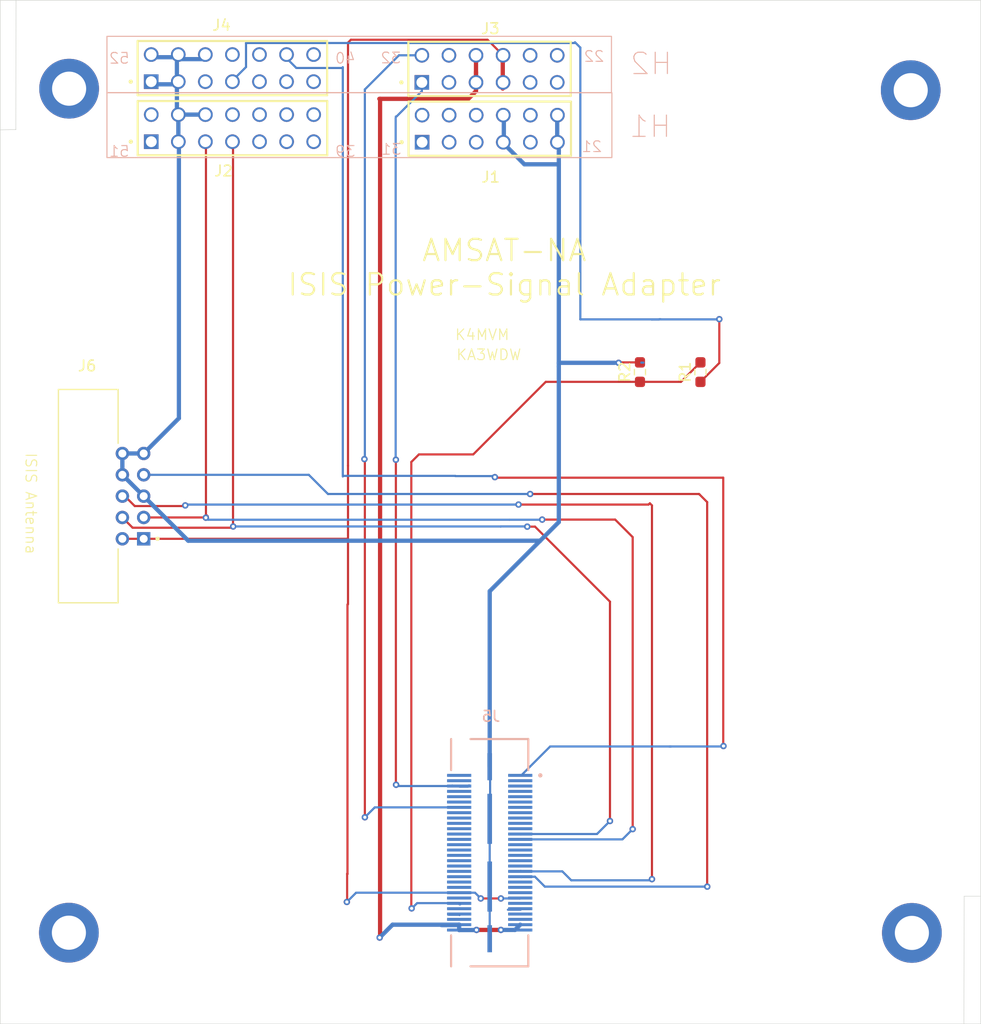
<source format=kicad_pcb>
(kicad_pcb (version 20241229) (generator "pcbnew") (generator_version "9.0")
  (title_block (title "ISIS Power-Signal Adapter") (date "2025-08-17") (rev "3.0") (company "Mike Moore K4MVM") (comment 1 "Fox-Plus Project") (comment 2 "Radio Amateur Satellite Corp (AMSAT-NA)"))
  (layers (0 "F.Cu" signal) (2 "B.Cu" signal) (13 "F.Paste" user) (15 "B.Paste" user) (5 "F.SilkS" user "F.Silkscreen") (7 "B.SilkS" user "B.Silkscreen") (1 "F.Mask" user) (3 "B.Mask" user) (25 "Edge.Cuts" user))
  (net 0 "")
  (net 2 "/i2c1_sda")
  (net 3 "/i2c1_sck")
  (net 4 "GND")
  (net 5 "/v_sys")
  (net 6 "/rx3")
  (net 7 "/tx3")
  (net 8 "/abf_placed")
  (net 9 "/v_3v3")
  (net 22 "unconnected-(J2-Pad01)")
  (net 23 "/i2c2_sck")
  (net 31 "/v_batt")
  (net 47 "/i2c2_sda")
  (net 50 "vbatt_mon")
  (net 82 "unconnected-(J5-Pad54)")
  (net 87 "unconnected-(J5-Pad51)")
  (footprint "MTSW_106_08_L_D_300:SAMTEC_MTSW-106-X-X-D-X" (layer "F.Cu") (at 121.68 52.65)
    (property "Reference" "J3" (at 0.08 -3.77 0) (layer "F.SilkS"))
    (property "Value" "MTSW-106-08-L-D-300" (hide yes))
    (fp_line (start -7.62 2.54) (end -7.62 -2.54) (stroke (width 0.2)) (layer "F.SilkS"))
    (fp_line (start 7.62 -2.54) (end -7.62 -2.54) (stroke (width 0.2)) (layer "F.SilkS"))
    (fp_line (start 7.62 -2.54) (end 7.62 2.54) (stroke (width 0.2)) (layer "F.SilkS"))
    (fp_line (start 7.62 2.54) (end -7.62 2.54) (stroke (width 0.2)) (layer "F.SilkS"))
    (fp_circle (center -8.27 1.27) (end -8.17 1.27) (stroke (width 0.2)) (fill no) (layer "F.SilkS"))
    (pad "01" thru_hole rect (at -6.35 1.27) (size 1.37 1.37) (drill 1.02) (layers "*.Cu" "*.Mask") (net 6 "/rx3"))
    (pad "02" thru_hole circle (at -6.35 -1.27) (size 1.37 1.37) (drill 1.02) (layers "*.Cu" "*.Mask") (net 7 "/tx3"))
    (pad "03" thru_hole circle (at -3.81 1.27) (size 1.37 1.37) (drill 1.02) (layers "*.Cu" "*.Mask"))
    (pad "04" thru_hole circle (at -3.81 -1.27) (size 1.37 1.37) (drill 1.02) (layers "*.Cu" "*.Mask"))
    (pad "05" thru_hole circle (at -1.27 1.27) (size 1.37 1.37) (drill 1.02) (layers "*.Cu" "*.Mask") (net 5 "/v_sys"))
    (pad "06" thru_hole circle (at -1.27 -1.27) (size 1.37 1.37) (drill 1.02) (layers "*.Cu" "*.Mask") (net 5 "/v_sys"))
    (pad "07" thru_hole circle (at 1.27 1.27) (size 1.37 1.37) (drill 1.02) (layers "*.Cu" "*.Mask") (net 9 "/v_3v3"))
    (pad "08" thru_hole circle (at 1.27 -1.27) (size 1.37 1.37) (drill 1.02) (layers "*.Cu" "*.Mask") (net 9 "/v_3v3"))
    (pad "09" thru_hole circle (at 3.81 1.27) (size 1.37 1.37) (drill 1.02) (layers "*.Cu" "*.Mask"))
    (pad "10" thru_hole circle (at 3.81 -1.27) (size 1.37 1.37) (drill 1.02) (layers "*.Cu" "*.Mask"))
    (pad "11" thru_hole circle (at 6.35 1.27) (size 1.37 1.37) (drill 1.02) (layers "*.Cu" "*.Mask"))
    (pad "12" thru_hole circle (at 6.35 -1.27) (size 1.37 1.37) (drill 1.02) (layers "*.Cu" "*.Mask"))
  )
  (footprint "MountingHole:MountingHole_3.2mm_M3_DIN965_Pad_TopBottom" (layer "F.Cu") (at 82.21 133.64)
    (property "Reference" "REF01" (hide yes))
    (property "Value" "MountingHole_3.2mm_M3_DIN965_Pad_TopBottom" (hide yes))
    (pad "1" thru_hole circle (at 0 0) (size 3.6 3.6) (drill 3.2) (layers "*.Cu" "*.Mask"))
    (pad "1" connect circle (at 0 0) (size 5.6 5.6) (layers "F.Cu" "F.Mask"))
    (pad "1" connect circle (at 0 0) (size 5.6 5.6) (layers "B.Cu" "B.Mask"))
  )
  (footprint "Resistor_SMD:R_0603_1608Metric_Pad0.98x0.95mm_HandSolder" (layer "F.Cu") (at 135.795 81.0825 90)
    (property "Reference" "R2" (at 0 -1.43 90) (layer "F.SilkS"))
    (property "Value" "2K")
    (fp_line (start -0.254724 -0.5225) (end 0.254724 -0.5225) (stroke (width 0.12)) (layer "F.SilkS"))
    (fp_line (start -0.254724 0.5225) (end 0.254724 0.5225) (stroke (width 0.12)) (layer "F.SilkS"))
    (pad "1" smd roundrect (at -0.9125 0 90) (size 0.975 0.95) (layers "F.Cu" "F.Mask" "F.Paste") (net 50 "vbatt_mon"))
    (pad "2" smd roundrect (at 0.9125 0 90) (size 0.975 0.95) (layers "F.Cu" "F.Mask" "F.Paste") (net 4 "GND"))
  )
  (footprint "MTSW_107_08_L_D_300:SAMTEC_MTSW-107-08-L-D-300" (layer "F.Cu") (at 89.94 59.48)
    (property "Reference" "J2" (at 6.78 2.74 0) (layer "F.SilkS"))
    (property "Value" "MTSW-107-08-L-D-300" (hide yes))
    (fp_line (start -1.27 1.27) (end -1.27 -3.81) (stroke (width 0.2)) (layer "F.SilkS"))
    (fp_line (start 16.51 -3.81) (end -1.27 -3.81) (stroke (width 0.2)) (layer "F.SilkS"))
    (fp_line (start 16.51 -3.81) (end 16.51 1.27) (stroke (width 0.2)) (layer "F.SilkS"))
    (fp_line (start 16.51 1.27) (end -1.27 1.27) (stroke (width 0.2)) (layer "F.SilkS"))
    (fp_circle (center -1.92 0) (end -1.82 0) (stroke (width 0.2)) (fill no) (layer "F.SilkS"))
    (pad "01" thru_hole rect (at 0 0) (size 1.37 1.37) (drill 1.02) (layers "*.Cu" "*.Mask") (net 22 "unconnected-(J2-Pad01)"))
    (pad "02" thru_hole circle (at 0 -2.54) (size 1.37 1.37) (drill 1.02) (layers "*.Cu" "*.Mask"))
    (pad "03" thru_hole circle (at 2.54 0) (size 1.37 1.37) (drill 1.02) (layers "*.Cu" "*.Mask") (net 4 "GND"))
    (pad "04" thru_hole circle (at 2.54 -2.54) (size 1.37 1.37) (drill 1.02) (layers "*.Cu" "*.Mask") (net 4 "GND"))
    (pad "05" thru_hole circle (at 5.08 0) (size 1.37 1.37) (drill 1.02) (layers "*.Cu" "*.Mask") (net 2 "/i2c1_sda"))
    (pad "06" thru_hole circle (at 5.08 -2.54) (size 1.37 1.37) (drill 1.02) (layers "*.Cu" "*.Mask") (net 4 "GND"))
    (pad "07" thru_hole circle (at 7.62 0) (size 1.37 1.37) (drill 1.02) (layers "*.Cu" "*.Mask") (net 3 "/i2c1_sck"))
    (pad "08" thru_hole circle (at 7.62 -2.54) (size 1.37 1.37) (drill 1.02) (layers "*.Cu" "*.Mask"))
    (pad "09" thru_hole circle (at 10.16 0) (size 1.37 1.37) (drill 1.02) (layers "*.Cu" "*.Mask"))
    (pad "10" thru_hole circle (at 10.16 -2.54) (size 1.37 1.37) (drill 1.02) (layers "*.Cu" "*.Mask"))
    (pad "11" thru_hole circle (at 12.7 0) (size 1.37 1.37) (drill 1.02) (layers "*.Cu" "*.Mask"))
    (pad "12" thru_hole circle (at 12.7 -2.54) (size 1.37 1.37) (drill 1.02) (layers "*.Cu" "*.Mask"))
    (pad "13" thru_hole circle (at 15.24 0) (size 1.37 1.37) (drill 1.02) (layers "*.Cu" "*.Mask"))
    (pad "14" thru_hole circle (at 15.24 -2.54) (size 1.37 1.37) (drill 1.02) (layers "*.Cu" "*.Mask"))
  )
  (footprint "MTSW_106_08_L_D_300:SAMTEC_MTSW-106-X-X-D-X" (layer "F.Cu") (at 121.7 58.26)
    (property "Reference" "J1" (at 0.09 4.54 0) (layer "F.SilkS"))
    (property "Value" "MTSW-106-08-L-D-300" (hide yes))
    (fp_line (start -7.62 2.54) (end -7.62 -2.54) (stroke (width 0.2)) (layer "F.SilkS"))
    (fp_line (start 7.62 -2.54) (end -7.62 -2.54) (stroke (width 0.2)) (layer "F.SilkS"))
    (fp_line (start 7.62 -2.54) (end 7.62 2.54) (stroke (width 0.2)) (layer "F.SilkS"))
    (fp_line (start 7.62 2.54) (end -7.62 2.54) (stroke (width 0.2)) (layer "F.SilkS"))
    (fp_circle (center -8.27 1.27) (end -8.17 1.27) (stroke (width 0.2)) (fill no) (layer "F.SilkS"))
    (pad "01" thru_hole rect (at -6.35 1.27) (size 1.37 1.37) (drill 1.02) (layers "*.Cu" "*.Mask"))
    (pad "02" thru_hole circle (at -6.35 -1.27) (size 1.37 1.37) (drill 1.02) (layers "*.Cu" "*.Mask"))
    (pad "03" thru_hole circle (at -3.81 1.27) (size 1.37 1.37) (drill 1.02) (layers "*.Cu" "*.Mask"))
    (pad "04" thru_hole circle (at -3.81 -1.27) (size 1.37 1.37) (drill 1.02) (layers "*.Cu" "*.Mask"))
    (pad "05" thru_hole circle (at -1.27 1.27) (size 1.37 1.37) (drill 1.02) (layers "*.Cu" "*.Mask"))
    (pad "06" thru_hole circle (at -1.27 -1.27) (size 1.37 1.37) (drill 1.02) (layers "*.Cu" "*.Mask"))
    (pad "07" thru_hole circle (at 1.27 1.27) (size 1.37 1.37) (drill 1.02) (layers "*.Cu" "*.Mask") (net 4 "GND"))
    (pad "08" thru_hole circle (at 1.27 -1.27) (size 1.37 1.37) (drill 1.02) (layers "*.Cu" "*.Mask") (net 4 "GND"))
    (pad "09" thru_hole circle (at 3.81 1.27) (size 1.37 1.37) (drill 1.02) (layers "*.Cu" "*.Mask"))
    (pad "10" thru_hole circle (at 3.81 -1.27) (size 1.37 1.37) (drill 1.02) (layers "*.Cu" "*.Mask"))
    (pad "11" thru_hole circle (at 6.35 1.27) (size 1.37 1.37) (drill 1.02) (layers "*.Cu" "*.Mask") (net 4 "GND"))
    (pad "12" thru_hole circle (at 6.35 -1.27) (size 1.37 1.37) (drill 1.02) (layers "*.Cu" "*.Mask") (net 4 "GND"))
  )
  (footprint "MountingHole:MountingHole_3.2mm_M3_DIN965_Pad_TopBottom" (layer "F.Cu") (at 161.31 133.66)
    (property "Reference" "REF01" (hide yes))
    (property "Value" "MountingHole_3.2mm_M3_DIN965_Pad_TopBottom" (hide yes))
    (pad "1" thru_hole circle (at 0 0) (size 3.6 3.6) (drill 3.2) (layers "*.Cu" "*.Mask"))
    (pad "1" connect circle (at 0 0) (size 5.6 5.6) (layers "F.Cu" "F.Mask"))
    (pad "1" connect circle (at 0 0) (size 5.6 5.6) (layers "B.Cu" "B.Mask"))
  )
  (footprint "MountingHole:MountingHole_3.2mm_M3_DIN965_Pad_TopBottom" (layer "F.Cu") (at 161.2 54.65)
    (property "Reference" "REF01" (hide yes))
    (property "Value" "MountingHole_3.2mm_M3_DIN965_Pad_TopBottom" (hide yes))
    (pad "1" thru_hole circle (at 0 0) (size 3.6 3.6) (drill 3.2) (layers "*.Cu" "*.Mask"))
    (pad "1" connect circle (at 0 0) (size 5.6 5.6) (layers "F.Cu" "F.Mask"))
    (pad "1" connect circle (at 0 0) (size 5.6 5.6) (layers "B.Cu" "B.Mask"))
  )
  (footprint "MTSW_107_08_L_D_300:SAMTEC_MTSW-107-08-L-D-300" (layer "F.Cu") (at 89.9325 53.85)
    (property "Reference" "J4" (at 6.5975 -5.29 0) (layer "F.SilkS"))
    (property "Value" "MTSW-107-08-L-D-300" (hide yes))
    (fp_line (start -1.27 1.27) (end -1.27 -3.81) (stroke (width 0.2)) (layer "F.SilkS"))
    (fp_line (start 16.51 -3.81) (end -1.27 -3.81) (stroke (width 0.2)) (layer "F.SilkS"))
    (fp_line (start 16.51 -3.81) (end 16.51 1.27) (stroke (width 0.2)) (layer "F.SilkS"))
    (fp_line (start 16.51 1.27) (end -1.27 1.27) (stroke (width 0.2)) (layer "F.SilkS"))
    (fp_circle (center -1.92 0) (end -1.82 0) (stroke (width 0.2)) (fill no) (layer "F.SilkS"))
    (pad "01" thru_hole rect (at 0 0) (size 1.37 1.37) (drill 1.02) (layers "*.Cu" "*.Mask") (net 4 "GND"))
    (pad "02" thru_hole circle (at 0 -2.54) (size 1.37 1.37) (drill 1.02) (layers "*.Cu" "*.Mask") (net 4 "GND"))
    (pad "03" thru_hole circle (at 2.54 0) (size 1.37 1.37) (drill 1.02) (layers "*.Cu" "*.Mask") (net 4 "GND"))
    (pad "04" thru_hole circle (at 2.54 -2.54) (size 1.37 1.37) (drill 1.02) (layers "*.Cu" "*.Mask") (net 4 "GND"))
    (pad "05" thru_hole circle (at 5.08 0) (size 1.37 1.37) (drill 1.02) (layers "*.Cu" "*.Mask"))
    (pad "06" thru_hole circle (at 5.08 -2.54) (size 1.37 1.37) (drill 1.02) (layers "*.Cu" "*.Mask") (net 4 "GND"))
    (pad "07" thru_hole circle (at 7.62 0) (size 1.37 1.37) (drill 1.02) (layers "*.Cu" "*.Mask") (net 31 "/v_batt"))
    (pad "08" thru_hole circle (at 7.62 -2.54) (size 1.37 1.37) (drill 1.02) (layers "*.Cu" "*.Mask"))
    (pad "09" thru_hole circle (at 10.16 0) (size 1.37 1.37) (drill 1.02) (layers "*.Cu" "*.Mask"))
    (pad "10" thru_hole circle (at 10.16 -2.54) (size 1.37 1.37) (drill 1.02) (layers "*.Cu" "*.Mask"))
    (pad "11" thru_hole circle (at 12.7 0) (size 1.37 1.37) (drill 1.02) (layers "*.Cu" "*.Mask"))
    (pad "12" thru_hole circle (at 12.7 -2.54) (size 1.37 1.37) (drill 1.02) (layers "*.Cu" "*.Mask") (net 8 "/abf_placed"))
    (pad "13" thru_hole circle (at 15.24 0) (size 1.37 1.37) (drill 1.02) (layers "*.Cu" "*.Mask"))
    (pad "14" thru_hole circle (at 15.24 -2.54) (size 1.37 1.37) (drill 1.02) (layers "*.Cu" "*.Mask"))
  )
  (footprint "Resistor_SMD:R_0603_1608Metric_Pad0.98x0.95mm_HandSolder" (layer "F.Cu") (at 141.47 81.0825 90)
    (property "Reference" "R1" (at 0 -1.43 90) (layer "F.SilkS"))
    (property "Value" "10K" (hide yes))
    (fp_line (start -0.254724 -0.5225) (end 0.254724 -0.5225) (stroke (width 0.12)) (layer "F.SilkS"))
    (fp_line (start -0.254724 0.5225) (end 0.254724 0.5225) (stroke (width 0.12)) (layer "F.SilkS"))
    (pad "1" smd roundrect (at -0.9125 0 90) (size 0.975 0.95) (layers "F.Cu" "F.Mask" "F.Paste") (net 31 "/v_batt"))
    (pad "2" smd roundrect (at 0.9125 0 90) (size 0.975 0.95) (layers "F.Cu" "F.Mask" "F.Paste") (net 50 "vbatt_mon"))
  )
  (footprint "M80_5301042:HARWIN_M80-5301042" (layer "F.Cu") (at 84.0275 92.71 -90)
    (property "Reference" "J6" (at -12.21 0.1075 0) (layer "F.SilkS"))
    (property "Value" "M80-5301042" (hide yes))
    (fp_line (start -10 2.8) (end 10 2.8) (stroke (width 0.127)) (layer "F.SilkS"))
    (fp_line (start 10 2.8) (end 10 -2.8) (stroke (width 0.127)) (layer "F.SilkS"))
    (fp_line (start -10 -2.8) (end -10 2.8) (stroke (width 0.127)) (layer "F.SilkS"))
    (fp_line (start -4.949 -2.8) (end -10 -2.8) (stroke (width 0.127)) (layer "F.SilkS"))
    (fp_line (start 10 -2.8) (end 4.949 -2.8) (stroke (width 0.127)) (layer "F.SilkS"))
    (fp_circle (center 4 -6.5) (end 4.1 -6.5) (stroke (width 0.2)) (fill no) (layer "F.SilkS"))
    (pad "1" thru_hole rect (at 4 -5.2 270) (size 1.258 1.258) (drill 0.75) (layers "*.Cu" "*.Mask") (net 9 "/v_3v3"))
    (pad "2" thru_hole circle (at 2 -5.2 270) (size 1.258 1.258) (drill 0.75) (layers "*.Cu" "*.Mask") (net 2 "/i2c1_sda"))
    (pad "3" thru_hole circle (at 0 -5.2 270) (size 1.258 1.258) (drill 0.75) (layers "*.Cu" "*.Mask") (net 4 "GND"))
    (pad "4" thru_hole circle (at -2 -5.2 270) (size 1.258 1.258) (drill 0.75) (layers "*.Cu" "*.Mask") (net 47 "/i2c2_sda"))
    (pad "5" thru_hole circle (at -4 -5.2 270) (size 1.258 1.258) (drill 0.75) (layers "*.Cu" "*.Mask") (net 4 "GND"))
    (pad "6" thru_hole circle (at 4 -3.2 270) (size 1.258 1.258) (drill 0.75) (layers "*.Cu" "*.Mask") (net 9 "/v_3v3"))
    (pad "7" thru_hole circle (at 2 -3.2 270) (size 1.258 1.258) (drill 0.75) (layers "*.Cu" "*.Mask") (net 3 "/i2c1_sck"))
    (pad "8" thru_hole circle (at 0 -3.2 270) (size 1.258 1.258) (drill 0.75) (layers "*.Cu" "*.Mask") (net 23 "/i2c2_sck"))
    (pad "9" thru_hole circle (at -2 -3.2 270) (size 1.258 1.258) (drill 0.75) (layers "*.Cu" "*.Mask") (net 4 "GND"))
    (pad "10" thru_hole circle (at -4 -3.2 270) (size 1.258 1.258) (drill 0.75) (layers "*.Cu" "*.Mask") (net 4 "GND"))
  )
  (footprint "MountingHole:MountingHole_3.2mm_M3_DIN965_Pad_TopBottom" (layer "F.Cu") (at 82.23 54.51)
    (property "Reference" "REF01" (hide yes))
    (property "Value" "MountingHole_3.2mm_M3_DIN965_Pad_TopBottom" (hide yes))
    (pad "1" thru_hole circle (at 0 0) (size 3.6 3.6) (drill 3.2) (layers "*.Cu" "*.Mask"))
    (pad "1" connect circle (at 0 0) (size 5.6 5.6) (layers "F.Cu" "F.Mask"))
    (pad "1" connect circle (at 0 0) (size 5.6 5.6) (layers "B.Cu" "B.Mask"))
  )
  (footprint "QSH-030-01-X-D-A-XX:SAMTEC_QSH-030-01-X-D-A-XX" (layer "B.Cu") (at 121.695 126.14 -90)
    (property "Reference" "J5" (at -12.79 -0.12 0) (layer "B.SilkS") (effects (justify mirror)))
    (property "Value" "QSH-030-01-X-D-A" (hide yes))
    (fp_line (start -10.655 3.62) (end -7.75 3.62) (stroke (width 0.2)) (layer "B.SilkS"))
    (fp_line (start 7.75 3.62) (end 10.655 3.62) (stroke (width 0.2)) (layer "B.SilkS"))
    (fp_line (start -10.655 -3.62) (end -10.655 1.8) (stroke (width 0.2)) (layer "B.SilkS"))
    (fp_line (start -7.75 -3.62) (end -10.655 -3.62) (stroke (width 0.2)) (layer "B.SilkS"))
    (fp_line (start 10.655 -3.62) (end 10.655 1.8) (stroke (width 0.2)) (layer "B.SilkS"))
    (fp_line (start 10.655 -3.62) (end 7.75 -3.62) (stroke (width 0.2)) (layer "B.SilkS"))
    (fp_circle (center -7.25 -4.75) (end -7.15 -4.75) (stroke (width 0.2)) (fill no) (layer "B.SilkS"))
    (pad "" np_thru_hole circle (at -10.09 2.67 270) (size 1.02 1.02) (drill 1.02) (layers "*.Cu" "*.Mask"))
    (pad "" np_thru_hole circle (at 10.04 2.67 270) (size 1.02 1.02) (drill 1.02) (layers "*.Cu" "*.Mask"))
    (pad "01" smd rect (at -7.25 -2.865 270) (size 0.279 2.27) (layers "B.Cu" "B.Mask" "B.Paste") (net 8 "/abf_placed"))
    (pad "02" smd rect (at -7.25 2.865 270) (size 0.279 2.27) (layers "B.Cu" "B.Mask" "B.Paste"))
    (pad "03" smd rect (at -6.75 -2.865 270) (size 0.279 2.27) (layers "B.Cu" "B.Mask" "B.Paste"))
    (pad "04" smd rect (at -6.75 2.865 270) (size 0.279 2.27) (layers "B.Cu" "B.Mask" "B.Paste"))
    (pad "05" smd rect (at -6.25 -2.865 270) (size 0.279 2.27) (layers "B.Cu" "B.Mask" "B.Paste"))
    (pad "06" smd rect (at -6.25 2.865 270) (size 0.279 2.27) (layers "B.Cu" "B.Mask" "B.Paste") (net 6 "/rx3"))
    (pad "07" smd rect (at -5.75 -2.865 270) (size 0.279 2.27) (layers "B.Cu" "B.Mask" "B.Paste"))
    (pad "08" smd rect (at -5.75 2.865 270) (size 0.279 2.27) (layers "B.Cu" "B.Mask" "B.Paste"))
    (pad "09" smd rect (at -5.25 -2.865 270) (size 0.279 2.27) (layers "B.Cu" "B.Mask" "B.Paste"))
    (pad "10" smd rect (at -5.25 2.865 270) (size 0.279 2.27) (layers "B.Cu" "B.Mask" "B.Paste"))
    (pad "11" smd rect (at -4.75 -2.865 270) (size 0.279 2.27) (layers "B.Cu" "B.Mask" "B.Paste"))
    (pad "12" smd rect (at -4.75 2.865 270) (size 0.279 2.27) (layers "B.Cu" "B.Mask" "B.Paste"))
    (pad "13" smd rect (at -4.25 -2.865 270) (size 0.279 2.27) (layers "B.Cu" "B.Mask" "B.Paste"))
    (pad "14" smd rect (at -4.25 2.865 270) (size 0.279 2.27) (layers "B.Cu" "B.Mask" "B.Paste") (net 7 "/tx3"))
    (pad "15" smd rect (at -3.75 -2.865 270) (size 0.279 2.27) (layers "B.Cu" "B.Mask" "B.Paste"))
    (pad "16" smd rect (at -3.75 2.865 270) (size 0.279 2.27) (layers "B.Cu" "B.Mask" "B.Paste"))
    (pad "17" smd rect (at -3.25 -2.865 270) (size 0.279 2.27) (layers "B.Cu" "B.Mask" "B.Paste"))
    (pad "18" smd rect (at -3.25 2.865 270) (size 0.279 2.27) (layers "B.Cu" "B.Mask" "B.Paste"))
    (pad "19" smd rect (at -2.75 -2.865 270) (size 0.279 2.27) (layers "B.Cu" "B.Mask" "B.Paste"))
    (pad "20" smd rect (at -2.75 2.865 270) (size 0.279 2.27) (layers "B.Cu" "B.Mask" "B.Paste"))
    (pad "21" smd rect (at -2.25 -2.865 270) (size 0.279 2.27) (layers "B.Cu" "B.Mask" "B.Paste"))
    (pad "22" smd rect (at -2.25 2.865 270) (size 0.279 2.27) (layers "B.Cu" "B.Mask" "B.Paste"))
    (pad "23" smd rect (at -1.75 -2.865 270) (size 0.279 2.27) (layers "B.Cu" "B.Mask" "B.Paste") (net 3 "/i2c1_sck"))
    (pad "24" smd rect (at -1.75 2.865 270) (size 0.279 2.27) (layers "B.Cu" "B.Mask" "B.Paste"))
    (pad "25" smd rect (at -1.25 -2.865 270) (size 0.279 2.27) (layers "B.Cu" "B.Mask" "B.Paste") (net 2 "/i2c1_sda"))
    (pad "26" smd rect (at -1.25 2.865 270) (size 0.279 2.27) (layers "B.Cu" "B.Mask" "B.Paste"))
    (pad "27" smd rect (at -0.75 -2.865 270) (size 0.279 2.27) (layers "B.Cu" "B.Mask" "B.Paste"))
    (pad "28" smd rect (at -0.75 2.865 270) (size 0.279 2.27) (layers "B.Cu" "B.Mask" "B.Paste"))
    (pad "29" smd rect (at -0.25 -2.865 270) (size 0.279 2.27) (layers "B.Cu" "B.Mask" "B.Paste"))
    (pad "30" smd rect (at -0.25 2.865 270) (size 0.279 2.27) (layers "B.Cu" "B.Mask" "B.Paste"))
    (pad "31" smd rect (at 0.25 -2.865 270) (size 0.279 2.27) (layers "B.Cu" "B.Mask" "B.Paste"))
    (pad "32" smd rect (at 0.25 2.865 270) (size 0.279 2.27) (layers "B.Cu" "B.Mask" "B.Paste"))
    (pad "33" smd rect (at 0.75 -2.865 270) (size 0.279 2.27) (layers "B.Cu" "B.Mask" "B.Paste"))
    (pad "34" smd rect (at 0.75 2.865 270) (size 0.279 2.27) (layers "B.Cu" "B.Mask" "B.Paste"))
    (pad "35" smd rect (at 1.25 -2.865 270) (size 0.279 2.27) (layers "B.Cu" "B.Mask" "B.Paste"))
    (pad "36" smd rect (at 1.25 2.865 270) (size 0.279 2.27) (layers "B.Cu" "B.Mask" "B.Paste"))
    (pad "37" smd rect (at 1.75 -2.865 270) (size 0.279 2.27) (layers "B.Cu" "B.Mask" "B.Paste") (net 23 "/i2c2_sck"))
    (pad "38" smd rect (at 1.75 2.865 270) (size 0.279 2.27) (layers "B.Cu" "B.Mask" "B.Paste"))
    (pad "39" smd rect (at 2.25 -2.865 270) (size 0.279 2.27) (layers "B.Cu" "B.Mask" "B.Paste") (net 47 "/i2c2_sda"))
    (pad "40" smd rect (at 2.25 2.865 270) (size 0.279 2.27) (layers "B.Cu" "B.Mask" "B.Paste"))
    (pad "41" smd rect (at 2.75 -2.865 270) (size 0.279 2.27) (layers "B.Cu" "B.Mask" "B.Paste"))
    (pad "42" smd rect (at 2.75 2.865 270) (size 0.279 2.27) (layers "B.Cu" "B.Mask" "B.Paste"))
    (pad "43" smd rect (at 3.25 -2.865 270) (size 0.279 2.27) (layers "B.Cu" "B.Mask" "B.Paste"))
    (pad "44" smd rect (at 3.25 2.865 270) (size 0.279 2.27) (layers "B.Cu" "B.Mask" "B.Paste"))
    (pad "45" smd rect (at 3.75 -2.865 270) (size 0.279 2.27) (layers "B.Cu" "B.Mask" "B.Paste"))
    (pad "46" smd rect (at 3.75 2.865 270) (size 0.279 2.27) (layers "B.Cu" "B.Mask" "B.Paste") (net 9 "/v_3v3"))
    (pad "47" smd rect (at 4.25 -2.865 270) (size 0.279 2.27) (layers "B.Cu" "B.Mask" "B.Paste") (net 9 "/v_3v3"))
    (pad "48" smd rect (at 4.25 2.865 270) (size 0.279 2.27) (layers "B.Cu" "B.Mask" "B.Paste"))
    (pad "49" smd rect (at 4.75 -2.865 270) (size 0.279 2.27) (layers "B.Cu" "B.Mask" "B.Paste"))
    (pad "50" smd rect (at 4.75 2.865 270) (size 0.279 2.27) (layers "B.Cu" "B.Mask" "B.Paste") (net 50 "vbatt_mon"))
    (pad "51" smd rect (at 5.25 -2.865 270) (size 0.279 2.27) (layers "B.Cu" "B.Mask" "B.Paste") (net 87 "unconnected-(J5-Pad51)"))
    (pad "52" smd rect (at 5.25 2.865 270) (size 0.279 2.27) (layers "B.Cu" "B.Mask" "B.Paste"))
    (pad "53" smd rect (at 5.75 -2.865 270) (size 0.279 2.27) (layers "B.Cu" "B.Mask" "B.Paste"))
    (pad "54" smd rect (at 5.75 2.865 270) (size 0.279 2.27) (layers "B.Cu" "B.Mask" "B.Paste") (net 82 "unconnected-(J5-Pad54)"))
    (pad "55" smd rect (at 6.25 -2.865 270) (size 0.279 2.27) (layers "B.Cu" "B.Mask" "B.Paste"))
    (pad "56" smd rect (at 6.25 2.865 270) (size 0.279 2.27) (layers "B.Cu" "B.Mask" "B.Paste"))
    (pad "57" smd rect (at 6.75 -2.865 270) (size 0.279 2.27) (layers "B.Cu" "B.Mask" "B.Paste") (net 5 "/v_sys"))
    (pad "58" smd rect (at 6.75 2.865 270) (size 0.279 2.27) (layers "B.Cu" "B.Mask" "B.Paste") (net 5 "/v_sys"))
    (pad "59" smd rect (at 7.25 -2.865 270) (size 0.279 2.27) (layers "B.Cu" "B.Mask" "B.Paste") (net 5 "/v_sys"))
    (pad "60" smd rect (at 7.25 2.865 270) (size 0.279 2.27) (layers "B.Cu" "B.Mask" "B.Paste") (net 5 "/v_sys"))
    (pad "G1" smd rect (at -8.065 0 270) (size 2.54 0.43) (layers "B.Cu" "B.Mask" "B.Paste") (net 4 "GND"))
    (pad "G2" smd rect (at -3.175 0 270) (size 4.7 0.43) (layers "B.Cu" "B.Mask" "B.Paste") (net 4 "GND"))
    (pad "G3" smd rect (at 3.175 0 270) (size 4.7 0.43) (layers "B.Cu" "B.Mask" "B.Paste") (net 4 "GND"))
    (pad "G4" smd rect (at 8.065 0 270) (size 2.54 0.43) (layers "B.Cu" "B.Mask" "B.Paste") (net 4 "GND"))
  )
  (gr_rect (start 85.78 49.6) (end 133.12 54.88) (stroke (width 0.1)) (fill no) (layer "B.SilkS"))
  (gr_rect (start 85.78 54.88) (end 133.16 60.97) (stroke (width 0.1)) (fill no) (layer "B.SilkS"))
  (gr_line (start 77.2 58.34) (end 77.23 58.34) (stroke (width 0.05)) (layer "Edge.Cuts"))
  (gr_rect (start 75.77 46.23) (end 167.77 142.19) (stroke (width 0.05)) (fill no) (layer "Edge.Cuts"))
  (gr_line (start 166.215 130.22) (end 167.705 130.22) (stroke (width 0.05)) (layer "Edge.Cuts"))
  (gr_line (start 166.215 130.22) (end 166.19 142.2) (stroke (width 0.05)) (layer "Edge.Cuts"))
  (gr_line (start 77.23 58.34) (end 77.2 58.34) (stroke (width 0.05)) (layer "Edge.Cuts"))
  (gr_line (start 77.23 58.34) (end 75.78 58.37) (stroke (width 0.05)) (layer "Edge.Cuts"))
  (gr_line (start 77.23 58.34) (end 77.25 46.22) (stroke (width 0.05)) (layer "Edge.Cuts"))
  (gr_text "AMSAT-NA\nISIS Power-Signal Adapter" (at 123.07 74.06 0) (layer "F.SilkS") (effects (font (size 2 2) (thickness 0.2) (bold yes)) (justify bottom)))
  (gr_text "ISIS Antenna" (at 78.06 88.58 270) (layer "F.SilkS") (effects (font (size 1 1) (thickness 0.1)) (justify left bottom)))
  (gr_text "K4MVM" (at 118.38 78.16 0) (layer "F.SilkS") (effects (font (size 1 1) (thickness 0.1)) (justify left bottom)))
  (gr_text "KA3WDW" (at 118.5 80.04 0) (layer "F.SilkS") (effects (font (size 1 1) (thickness 0.1)) (justify left bottom)))
  (gr_text "32" (at 113.43 52.21 0) (layer "B.SilkS") (effects (font (size 1 1) (thickness 0.1)) (justify left bottom mirror)))
  (gr_text "40" (at 109.16 52.24 0) (layer "B.SilkS") (effects (font (size 1 1) (thickness 0.1)) (justify left bottom mirror)))
  (gr_text "21" (at 132.29 60.53 0) (layer "B.SilkS") (effects (font (size 1 1) (thickness 0.1)) (justify left bottom mirror)))
  (gr_text "31" (at 113.48 60.78 0) (layer "B.SilkS") (effects (font (size 1 1) (thickness 0.1)) (justify left bottom mirror)))
  (gr_text "51\n" (at 87.95 60.97 0) (layer "B.SilkS") (effects (font (size 1 1) (thickness 0.1)) (justify left bottom mirror)))
  (gr_text "22" (at 132.5 52.07 0) (layer "B.SilkS") (effects (font (size 1 1) (thickness 0.1)) (justify left bottom mirror)))
  (gr_text "H1" (at 138.82 59.23 0) (layer "B.SilkS") (effects (font (size 2 2) (thickness 0.1)) (justify left bottom mirror)))
  (gr_text "52" (at 87.95 52.24 0) (layer "B.SilkS") (effects (font (size 1 1) (thickness 0.1)) (justify left bottom mirror)))
  (gr_text "39\n" (at 109.165 60.97 0) (layer "B.SilkS") (effects (font (size 1 1) (thickness 0.1)) (justify left bottom mirror)))
  (gr_text "H2" (at 138.91 53.34 0) (layer "B.SilkS") (effects (font (size 2 2) (thickness 0.1)) (justify left bottom mirror)))
  (segment (start 135.11 96.55) (end 135.11 124.03) (width 0.2) (layer "F.Cu") (net 2))
  (segment (start 126.62 94.91) (end 133.47 94.91) (width 0.2) (layer "F.Cu") (net 2))
  (segment (start 89.2275 94.71) (end 95.24 94.71) (width 0.2) (layer "F.Cu") (net 2))
  (segment (start 95.24 94.71) (end 95.24 94.6) (width 0.2) (layer "F.Cu") (net 2))
  (segment (start 95.07 94.43) (end 95.07 59.41) (width 0.2) (layer "F.Cu") (net 2))
  (segment (start 133.47 94.91) (end 135.11 96.55) (width 0.2) (layer "F.Cu") (net 2))
  (segment (start 95.24 94.6) (end 95.07 94.43) (width 0.2) (layer "F.Cu") (net 2))
  (via (at 95.06 94.73) (size 0.6) (drill 0.3) (layers "F.Cu" "B.Cu") (net 2))
  (via (at 126.62 94.91) (size 0.6) (drill 0.3) (layers "F.Cu" "B.Cu") (net 2))
  (via (at 135.11 123.93) (size 0.6) (drill 0.3) (layers "F.Cu" "B.Cu") (net 2))
  (segment (start 135.11 123.93) (end 135.12 123.93) (width 0.2) (layer "B.Cu") (net 2))
  (segment (start 123.54 94.92) (end 126.63 94.92) (width 0.2) (layer "B.Cu") (net 2))
  (segment (start 95.25 94.92) (end 123.54 94.92) (width 0.2) (layer "B.Cu") (net 2))
  (segment (start 124.56 124.89) (end 134.15 124.89) (width 0.2) (layer "B.Cu") (net 2))
  (segment (start 134.15 124.89) (end 135.11 123.93) (width 0.2) (layer "B.Cu") (net 2))
  (segment (start 95.06 94.73) (end 95.25 94.92) (width 0.2) (layer "B.Cu") (net 2))
  (segment (start 132.98 102.604829) (end 132.98 123.08) (width 0.2) (layer "F.Cu") (net 3))
  (segment (start 97.6 95.67) (end 97.67 95.6) (width 0.2) (layer "F.Cu") (net 3))
  (segment (start 97.67 95.6) (end 97.625 95.555) (width 0.2) (layer "F.Cu") (net 3))
  (segment (start 125.945171 95.57) (end 125.22 95.57) (width 0.2) (layer "F.Cu") (net 3))
  (segment (start 97.61 95.54) (end 97.61 59.41) (width 0.2) (layer "F.Cu") (net 3))
  (segment (start 97.625 95.555) (end 97.61 95.54) (width 0.2) (layer "F.Cu") (net 3))
  (segment (start 132.98 123.08) (end 133.01 123.11) (width 0.2) (layer "F.Cu") (net 3))
  (segment (start 132.98 102.604829) (end 125.945171 95.57) (width 0.2) (layer "F.Cu") (net 3))
  (segment (start 87.2275 94.71) (end 88.1875 95.67) (width 0.2) (layer "F.Cu") (net 3))
  (segment (start 88.1875 95.67) (end 97.6 95.67) (width 0.2) (layer "F.Cu") (net 3))
  (via (at 125.22 95.57) (size 0.6) (drill 0.3) (layers "F.Cu" "B.Cu") (net 3))
  (via (at 97.625 95.555) (size 0.6) (drill 0.3) (layers "F.Cu" "B.Cu") (net 3))
  (via (at 132.98 123.17) (size 0.6) (drill 0.3) (layers "F.Cu" "B.Cu") (net 3))
  (segment (start 131.76 124.39) (end 132.98 123.17) (width 0.2) (layer "B.Cu") (net 3))
  (segment (start 124.575 124.39) (end 124.605 124.42) (width 0.2) (layer "B.Cu") (net 3))
  (segment (start 124.56 124.39) (end 124.575 124.39) (width 0.2) (layer "B.Cu") (net 3))
  (segment (start 122.73 95.55) (end 125.28 95.55) (width 0.2) (layer "B.Cu") (net 3))
  (segment (start 124.56 124.39) (end 131.76 124.39) (width 0.2) (layer "B.Cu") (net 3))
  (segment (start 122.725 95.555) (end 97.625 95.555) (width 0.2) (layer "B.Cu") (net 3))
  (segment (start 122.73 95.55) (end 122.725 95.555) (width 0.2) (layer "B.Cu") (net 3))
  (segment (start 133.79 80.21) (end 133.83 80.17) (width 0.2) (layer "F.Cu") (net 4))
  (segment (start 135.815 80.17) (end 135.795 80.17) (width 0.2) (layer "F.Cu") (net 4))
  (segment (start 133.83 80.17) (end 135.795 80.17) (width 0.2) (layer "F.Cu") (net 4))
  (segment (start 135.815 80.17) (end 135.9225 80.0625) (width 0.2) (layer "F.Cu") (net 4))
  (via (at 133.79 80.21) (size 0.6) (drill 0.3) (layers "F.Cu" "B.Cu") (net 4))
  (segment (start 124.95 61.6) (end 128.18 61.6) (width 0.4) (layer "B.Cu") (net 4))
  (segment (start 123 59.65) (end 124.95 61.6) (width 0.4) (layer "B.Cu") (net 4))
  (segment (start 135.97 80.1925) (end 136.1225 80.1925) (width 0.2) (layer "B.Cu") (net 4))
  (segment (start 94.8525 51.74) (end 92.6925 51.74) (width 0.4) (layer "B.Cu") (net 4))
  (segment (start 128.03 59.62) (end 128.03 57.07) (width 0.4) (layer "B.Cu") (net 4))
  (segment (start 121.695 101.625) (end 121.695 118.075) (width 0.4) (layer "B.Cu") (net 4))
  (segment (start 126.43 96.89) (end 121.695 101.625) (width 0.4) (layer "B.Cu") (net 4))
  (segment (start 92.53 59.41) (end 92.53 85.4075) (width 0.4) (layer "B.Cu") (net 4))
  (segment (start 123.02 59.54) (end 123.02 57) (width 0.4) (layer "B.Cu") (net 4))
  (segment (start 92.5125 54.1) (end 89.9725 54.1) (width 0.4) (layer "B.Cu") (net 4))
  (segment (start 87.2275 90.71) (end 89.2275 92.71) (width 0.4) (layer "B.Cu") (net 4))
  (segment (start 128.18 95.14) (end 126.43 96.89) (width 0.4) (layer "B.Cu") (net 4))
  (segment (start 92.3425 56.55) (end 92.3425 51.03) (width 0.4) (layer "B.Cu") (net 4))
  (segment (start 121.755 134.265) (end 121.695 134.205) (width 0.2) (layer "B.Cu") (net 4))
  (segment (start 121.735 124.06) (end 121.735 119.17) (width 0.2) (layer "B.Cu") (net 4))
  (segment (start 128.18 80.56) (end 128.18 95.14) (width 0.4) (layer "B.Cu") (net 4))
  (segment (start 135.9125 80.1925) (end 135.97 80.1925) (width 0.2) (layer "B.Cu") (net 4))
  (segment (start 94.8725 51.74) (end 94.8525 51.74) (width 0.2) (layer "B.Cu") (net 4))
  (segment (start 92.48 56.94) (end 92.48 59.48) (width 0.4) (layer "B.Cu") (net 4))
  (segment (start 89.2275 88.71) (end 87.2275 88.71) (width 0.4) (layer "B.Cu") (net 4))
  (segment (start 122.95 59.61) (end 122.95 59.63) (width 0.2) (layer "B.Cu") (net 4))
  (segment (start 133.44 80.21) (end 128.2 80.21) (width 0.4) (layer "B.Cu") (net 4))
  (segment (start 92.53 85.4075) (end 89.2275 88.71) (width 0.4) (layer "B.Cu") (net 4))
  (segment (start 92.48 56.94) (end 95.02 56.94) (width 0.4) (layer "B.Cu") (net 4))
  (segment (start 92.6925 51.74) (end 92.5125 51.56) (width 0.2) (layer "B.Cu") (net 4))
  (segment (start 122.95 59.63) (end 122.93 59.65) (width 0.2) (layer "B.Cu") (net 4))
  (segment (start 128.1 59.54) (end 128.1 59.69) (width 0.2) (layer "B.Cu") (net 4))
  (segment (start 95.0525 51.56) (end 94.8725 51.74) (width 0.2) (layer "B.Cu") (net 4))
  (segment (start 93.4075 96.89) (end 126.43 96.89) (width 0.4) (layer "B.Cu") (net 4))
  (segment (start 121.695 134.205) (end 121.695 129.315) (width 0.2) (layer "B.Cu") (net 4))
  (segment (start 87.2275 88.71) (end 87.2275 90.71) (width 0.4) (layer "B.Cu") (net 4))
  (segment (start 128.2 80.21) (end 128.18 80.23) (width 0.4) (layer "B.Cu") (net 4))
  (segment (start 128.18 59.7) (end 128.18 61.6) (width 0.4) (layer "B.Cu") (net 4))
  (segment (start 128.18 80.56) (end 128.18 80.23) (width 0.4) (layer "B.Cu") (net 4))
  (segment (start 92.5125 51.56) (end 89.9725 51.56) (width 0.4) (layer "B.Cu") (net 4))
  (segment (start 128.11 59.7) (end 128.03 59.62) (width 0.2) (layer "B.Cu") (net 4))
  (segment (start 128.1 59.69) (end 128.11 59.7) (width 0.2) (layer "B.Cu") (net 4))
  (segment (start 89.2275 92.71) (end 93.4075 96.89) (width 0.4) (layer "B.Cu") (net 4))
  (segment (start 121.695 129.315) (end 121.695 122.965) (width 0.2) (layer "B.Cu") (net 4))
  (segment (start 128.18 80.23) (end 128.18 61.6) (width 0.4) (layer "B.Cu") (net 4))
  (segment (start 111.41 134.09) (end 111.38 134.09) (width 0.4) (layer "F.Cu") (net 5))
  (segment (start 120.41 52.96) (end 120.41 54.74) (width 0.4) (layer "F.Cu") (net 5))
  (segment (start 111.38 134.09) (end 111.37 134.1) (width 0.4) (layer "F.Cu") (net 5))
  (segment (start 111.41 55.46) (end 111.41 134.09) (width 0.4) (layer "F.Cu") (net 5))
  (segment (start 120.41 54.74) (end 119.69 55.46) (width 0.4) (layer "F.Cu") (net 5))
  (segment (start 120.41 52.96) (end 120.41 53.92) (width 0.4) (layer "F.Cu") (net 5))
  (segment (start 120.41 51.38) (end 120.41 52.96) (width 0.4) (layer "F.Cu") (net 5))
  (segment (start 119.62 55.46) (end 111.34 55.46) (width 0.4) (layer "F.Cu") (net 5))
  (segment (start 120.41 53.92) (end 120.41 54.74) (width 0.2) (layer "F.Cu") (net 5))
  (segment (start 120.455 133.38) (end 122.745 133.38) (width 0.4) (layer "F.Cu") (net 5))
  (via (at 122.745 133.38) (size 0.6) (drill 0.3) (layers "F.Cu" "B.Cu") (net 5))
  (via (at 120.455 133.38) (size 0.6) (drill 0.3) (layers "F.Cu" "B.Cu") (net 5))
  (via (at 111.37 134.1) (size 0.6) (drill 0.3) (layers "F.Cu" "B.Cu") (net 5))
  (segment (start 122.745 133.38) (end 122.775 133.41) (width 0.4) (layer "B.Cu") (net 5))
  (segment (start 118.83 132.89) (end 118.83 133.39) (width 0.4) (layer "B.Cu") (net 5))
  (segment (start 117.1845 132.9305) (end 118.83 132.9305) (width 0.4) (layer "B.Cu") (net 5))
  (segment (start 120.445 133.39) (end 120.455 133.38) (width 0.2) (layer "B.Cu") (net 5))
  (segment (start 122.775 133.41) (end 122.775 133.42) (width 0.4) (layer "B.Cu") (net 5))
  (segment (start 122.745 133.38) (end 124.07 133.38) (width 0.4) (layer "B.Cu") (net 5))
  (segment (start 124.07 133.38) (end 124.56 132.89) (width 0.4) (layer "B.Cu") (net 5))
  (segment (start 118.83 132.89) (end 112.58 132.89) (width 0.4) (layer "B.Cu") (net 5))
  (segment (start 112.58 132.89) (end 111.37 134.1) (width 0.4) (layer "B.Cu") (net 5))
  (segment (start 118.83 133.39) (end 120.445 133.39) (width 0.4) (layer "B.Cu") (net 5))
  (segment (start 112.91 89.32) (end 112.89 89.3) (width 0.2) (layer "F.Cu") (net 6))
  (segment (start 112.89 89.3) (end 112.89 119.75) (width 0.2) (layer "F.Cu") (net 6))
  (segment (start 112.89 119.75) (end 112.91 119.77) (width 0.2) (layer "F.Cu") (net 6))
  (via (at 112.91 119.77) (size 0.6) (drill 0.3) (layers "F.Cu" "B.Cu") (net 6))
  (via (at 112.89 89.3) (size 0.6) (drill 0.3) (layers "F.Cu" "B.Cu") (net 6))
  (segment (start 118.83 119.89) (end 118.8889 119.9489) (width 0.2) (layer "B.Cu") (net 6))
  (segment (start 118.225 119.89) (end 118.185 119.85) (width 0.2) (layer "B.Cu") (net 6))
  (segment (start 112.87 89.28) (end 112.89 89.3) (width 0.2) (layer "B.Cu") (net 6))
  (segment (start 119.639 119.9489) (end 119.7574 119.8305) (width 0.2) (layer "B.Cu") (net 6))
  (segment (start 112.87 88.99) (end 112.87 89.28) (width 0.2) (layer "B.Cu") (net 6))
  (segment (start 118.83 119.89) (end 113.03 119.89) (width 0.2) (layer "B.Cu") (net 6))
  (segment (start 112.87 88.99) (end 112.87 57.25) (width 0.2) (layer "B.Cu") (net 6))
  (segment (start 118.8889 119.9489) (end 119.639 119.9489) (width 0.2) (layer "B.Cu") (net 6))
  (segment (start 112.93 57.12) (end 112.88 57.12) (width 0.2) (layer "B.Cu") (net 6))
  (segment (start 118.83 119.89) (end 118.225 119.89) (width 0.2) (layer "B.Cu") (net 6))
  (segment (start 115.33 54.74) (end 115.33 53.92) (width 0.2) (layer "B.Cu") (net 6))
  (segment (start 113.03 119.89) (end 112.91 119.77) (width 0.2) (layer "B.Cu") (net 6))
  (segment (start 112.95 57.12) (end 115.33 54.74) (width 0.2) (layer "B.Cu") (net 6))
  (segment (start 109.98 89.28) (end 109.94 89.24) (width 0.2) (layer "F.Cu") (net 7))
  (segment (start 109.98 122.82) (end 109.98 89.28) (width 0.2) (layer "F.Cu") (net 7))
  (via (at 109.98 122.82) (size 0.6) (drill 0.3) (layers "F.Cu" "B.Cu") (net 7))
  (via (at 109.94 89.24) (size 0.6) (drill 0.3) (layers "F.Cu" "B.Cu") (net 7))
  (segment (start 113.18 51.38) (end 109.98 54.58) (width 0.2) (layer "B.Cu") (net 7))
  (segment (start 115.33 51.38) (end 113.18 51.38) (width 0.2) (layer "B.Cu") (net 7))
  (segment (start 109.98 54.58) (end 109.98 89.2) (width 0.2) (layer "B.Cu") (net 7))
  (segment (start 109.98 89.2) (end 109.94 89.24) (width 0.2) (layer "B.Cu") (net 7))
  (segment (start 118.83 121.89) (end 110.91 121.89) (width 0.2) (layer "B.Cu") (net 7))
  (segment (start 110.91 121.89) (end 109.98 122.82) (width 0.2) (layer "B.Cu") (net 7))
  (segment (start 143.61 116.12) (end 143.63 116.14) (width 0.2) (layer "F.Cu") (net 8))
  (segment (start 122.23 90.98) (end 122.18 90.93) (width 0.2) (layer "F.Cu") (net 8))
  (segment (start 143.61 90.98) (end 122.23 90.98) (width 0.2) (layer "F.Cu") (net 8))
  (segment (start 143.61 90.98) (end 143.61 116.12) (width 0.2) (layer "F.Cu") (net 8))
  (via (at 143.63 116.14) (size 0.6) (drill 0.3) (layers "F.Cu" "B.Cu") (net 8))
  (via (at 122.18 90.93) (size 0.6) (drill 0.3) (layers "F.Cu" "B.Cu") (net 8))
  (segment (start 138.7 116.18) (end 127.37 116.18) (width 0.2) (layer "B.Cu") (net 8))
  (segment (start 122.18 90.93) (end 122.03 90.78) (width 0.2) (layer "B.Cu") (net 8))
  (segment (start 138.7 116.18) (end 143.59 116.18) (width 0.2) (layer "B.Cu") (net 8))
  (segment (start 102.6325 51.31) (end 102.6325 51.6525) (width 0.2) (layer "B.Cu") (net 8))
  (segment (start 102.6325 51.6525) (end 103.55 52.57) (width 0.2) (layer "B.Cu") (net 8))
  (segment (start 118.47 90.81) (end 107.97 90.81) (width 0.2) (layer "B.Cu") (net 8))
  (segment (start 143.59 116.18) (end 143.63 116.14) (width 0.2) (layer "B.Cu") (net 8))
  (segment (start 127.37 116.18) (end 124.7 118.85) (width 0.2) (layer "B.Cu") (net 8))
  (segment (start 103.55 52.57) (end 107.83 52.57) (width 0.2) (layer "B.Cu") (net 8))
  (segment (start 107.91 90.87) (end 107.91 52.49) (width 0.2) (layer "B.Cu") (net 8))
  (segment (start 121.995 90.83) (end 118.465 90.83) (width 0.2) (layer "B.Cu") (net 8))
  (segment (start 138.535 116.18) (end 138.7 116.18) (width 0.2) (layer "B.Cu") (net 8))
  (segment (start 108.4 96.79) (end 108.4 102.86) (width 0.2) (layer "F.Cu") (net 9))
  (segment (start 108.35 102.86) (end 108.35 128.14) (width 0.2) (layer "F.Cu") (net 9))
  (segment (start 108.35 128.14) (end 108.32 128.11) (width 0.2) (layer "F.Cu") (net 9))
  (segment (start 122.95 51.38) (end 121.49 49.92) (width 0.2) (layer "F.Cu") (net 9))
  (segment (start 122.92 54.5) (end 122.92 51.96) (width 0.4) (layer "F.Cu") (net 9))
  (segment (start 120.855 130.43) (end 122.745 130.43) (width 0.2) (layer "F.Cu") (net 9))
  (segment (start 121.49 49.92) (end 108.67 49.92) (width 0.2) (layer "F.Cu") (net 9))
  (segment (start 108.4 50.19) (end 108.4 89.85) (width 0.2) (layer "F.Cu") (net 9))
  (segment (start 108.32 130.73) (end 108.29 130.76) (width 0.2) (layer "F.Cu") (net 9))
  (segment (start 108.67 49.92) (end 108.4 50.19) (width 0.2) (layer "F.Cu") (net 9))
  (segment (start 89.2275 96.71) (end 108.32 96.71) (width 0.2) (layer "F.Cu") (net 9))
  (segment (start 108.32 96.71) (end 108.4 96.79) (width 0.2) (layer "F.Cu") (net 9))
  (segment (start 108.4 89.85) (end 108.4 96.79) (width 0.2) (layer "F.Cu") (net 9))
  (segment (start 108.32 128.11) (end 108.32 130.73) (width 0.2) (layer "F.Cu") (net 9))
  (segment (start 87.2275 96.71) (end 89.2275 96.71) (width 0.2) (layer "F.Cu") (net 9))
  (via (at 122.745 130.43) (size 0.6) (drill 0.3) (layers "F.Cu" "B.Cu") (net 9))
  (via (at 120.855 130.43) (size 0.6) (drill 0.3) (layers "F.Cu" "B.Cu") (net 9))
  (via (at 108.29 130.76) (size 0.6) (drill 0.3) (layers "F.Cu" "B.Cu") (net 9))
  (segment (start 120.855 130.43) (end 120.315 129.89) (width 0.2) (layer "B.Cu") (net 9))
  (segment (start 124.52 130.43) (end 124.56 130.39) (width 0.2) (layer "B.Cu") (net 9))
  (segment (start 120.315 129.89) (end 118.83 129.89) (width 0.2) (layer "B.Cu") (net 9))
  (segment (start 118.82 129.88) (end 118.83 129.89) (width 0.2) (layer "B.Cu") (net 9))
  (segment (start 120.785 130.43) (end 120.775 130.42) (width 0.2) (layer "B.Cu") (net 9))
  (segment (start 108.29 130.76) (end 108.3 130.77) (width 0.2) (layer "B.Cu") (net 9))
  (segment (start 118.83 129.89) (end 109.16 129.89) (width 0.2) (layer "B.Cu") (net 9))
  (segment (start 118.83 129.89) (end 118.83 129.885) (width 0.2) (layer "B.Cu") (net 9))
  (segment (start 120.855 130.43) (end 120.785 130.43) (width 0.2) (layer "B.Cu") (net 9))
  (segment (start 118.975 129.89) (end 118.985 129.9) (width 0.2) (layer "B.Cu") (net 9))
  (segment (start 122.745 130.43) (end 124.52 130.43) (width 0.2) (layer "B.Cu") (net 9))
  (segment (start 109.16 129.89) (end 108.29 130.76) (width 0.2) (layer "B.Cu") (net 9))
  (segment (start 118.83 129.89) (end 119.785 129.89) (width 0.2) (layer "B.Cu") (net 9))
  (segment (start 119.785 129.89) (end 119.795 129.88) (width 0.2) (layer "B.Cu") (net 9))
  (segment (start 89.99 87.950001) (end 89.88636 88.053641) (width 0.2) (layer "F.Cu") (net 22))
  (segment (start 136.6 93.5) (end 136.72 93.38) (width 0.2) (layer "F.Cu") (net 23))
  (segment (start 88.39 93.64) (end 93.07 93.64) (width 0.2) (layer "F.Cu") (net 23))
  (segment (start 136.72 93.38) (end 136.92 93.58) (width 0.2) (layer "F.Cu") (net 23))
  (segment (start 87.46 92.71) (end 88.38 93.63) (width 0.2) (layer "F.Cu") (net 23))
  (segment (start 88.38 93.63) (end 88.39 93.64) (width 0.2) (layer "F.Cu") (net 23))
  (segment (start 136.92 128.62) (end 136.92 128.78) (width 0.2) (layer "F.Cu") (net 23))
  (segment (start 93.07 93.64) (end 93.13 93.58) (width 0.2) (layer "F.Cu") (net 23))
  (segment (start 87.2275 92.71) (end 87.46 92.71) (width 0.2) (layer "F.Cu") (net 23))
  (segment (start 136.92 93.58) (end 136.92 128.62) (width 0.2) (layer "F.Cu") (net 23))
  (segment (start 124.4 93.5) (end 136.6 93.5) (width 0.2) (layer "F.Cu") (net 23))
  (via (at 124.4 93.5) (size 0.6) (drill 0.3) (layers "F.Cu" "B.Cu") (net 23))
  (via (at 136.92 128.62) (size 0.6) (drill 0.3) (layers "F.Cu" "B.Cu") (net 23))
  (via (at 93.13 93.58) (size 0.6) (drill 0.3) (layers "F.Cu" "B.Cu") (net 23))
  (segment (start 136.81 128.73) (end 136.92 128.62) (width 0.2) (layer "B.Cu") (net 23))
  (segment (start 129.35 128.73) (end 128.51 127.89) (width 0.2) (layer "B.Cu") (net 23))
  (segment (start 124.4 93.5) (end 124.55 93.5) (width 0.2) (layer "B.Cu") (net 23))
  (segment (start 124.56 127.89) (end 124.565 127.89) (width 0.2) (layer "B.Cu") (net 23))
  (segment (start 128.51 127.89) (end 124.56 127.89) (width 0.2) (layer "B.Cu") (net 23))
  (segment (start 124.565 127.89) (end 124.605 127.85) (width 0.2) (layer "B.Cu") (net 23))
  (segment (start 93.21 93.5) (end 124.4 93.5) (width 0.2) (layer "B.Cu") (net 23))
  (segment (start 129.35 128.73) (end 136.81 128.73) (width 0.2) (layer "B.Cu") (net 23))
  (segment (start 93.13 93.58) (end 93.21 93.5) (width 0.2) (layer "B.Cu") (net 23))
  (segment (start 125.325 127.89) (end 125.335 127.88) (width 0.2) (layer "B.Cu") (net 23))
  (segment (start 143.24 80.225) (end 141.47 81.995) (width 0.2) (layer "F.Cu") (net 31))
  (segment (start 143.24 76.12) (end 143.24 80.225) (width 0.2) (layer "F.Cu") (net 31))
  (via (at 143.24 76.12) (size 0.6) (drill 0.3) (layers "F.Cu" "B.Cu") (net 31))
  (segment (start 136.9 76.14) (end 137.58 76.14) (width 0.2) (layer "B.Cu") (net 31))
  (segment (start 129.7 50.16) (end 130.2 50.66) (width 0.2) (layer "B.Cu") (net 31))
  (segment (start 98.83 52.48) (end 98.83 50.23) (width 0.2) (layer "B.Cu") (net 31))
  (segment (start 98.65 52.66) (end 98.83 52.48) (width 0.2) (layer "B.Cu") (net 31))
  (segment (start 130.2 76.14) (end 136.9 76.14) (width 0.2) (layer "B.Cu") (net 31))
  (segment (start 130.2 50.66) (end 130.2 76.14) (width 0.2) (layer "B.Cu") (net 31))
  (segment (start 137.6 76.12) (end 137.74 76.12) (width 0.2) (layer "B.Cu") (net 31))
  (segment (start 98.83 50.23) (end 129.63 50.23) (width 0.2) (layer "B.Cu") (net 31))
  (segment (start 97.5525 53.85) (end 97.5525 53.7575) (width 0.2) (layer "B.Cu") (net 31))
  (segment (start 129.63 50.23) (end 129.7 50.16) (width 0.2) (layer "B.Cu") (net 31))
  (segment (start 136.9 76.14) (end 143.28 76.14) (width 0.2) (layer "B.Cu") (net 31))
  (segment (start 97.5525 53.7575) (end 98.65 52.66) (width 0.2) (layer "B.Cu") (net 31))
  (segment (start 142.1 93.27) (end 142.1 129.3) (width 0.2) (layer "F.Cu") (net 47))
  (segment (start 125.49 92.51) (end 141.34 92.51) (width 0.2) (layer "F.Cu") (net 47))
  (segment (start 141.34 92.51) (end 141.39 92.56) (width 0.2) (layer "F.Cu") (net 47))
  (segment (start 141.39 92.56) (end 142.1 93.27) (width 0.2) (layer "F.Cu") (net 47))
  (segment (start 142.1 129.3) (end 142.1 129.37) (width 0.2) (layer "F.Cu") (net 47))
  (via (at 142.11 129.32) (size 0.6) (drill 0.3) (layers "F.Cu" "B.Cu") (net 47))
  (via (at 125.49 92.51) (size 0.6) (drill 0.3) (layers "F.Cu" "B.Cu") (net 47))
  (segment (start 124.575 128.39) (end 124.595 128.37) (width 0.2) (layer "B.Cu") (net 47))
  (segment (start 126.8665 129.32) (end 125.9365 128.39) (width 0.2) (layer "B.Cu") (net 47))
  (segment (start 104.72 90.71) (end 106.52 92.51) (width 0.2) (layer "B.Cu") (net 47))
  (segment (start 125.9365 128.39) (end 124.56 128.39) (width 0.2) (layer "B.Cu") (net 47))
  (segment (start 124.595 128.37) (end 124.665 128.44) (width 0.2) (layer "B.Cu") (net 47))
  (segment (start 142.11 129.32) (end 126.8665 129.32) (width 0.2) (layer "B.Cu") (net 47))
  (segment (start 125.46 92.51) (end 125.49 92.54) (width 0.2) (layer "B.Cu") (net 47))
  (segment (start 89.2275 90.71) (end 104.72 90.71) (width 0.2) (layer "B.Cu") (net 47))
  (segment (start 124.56 128.39) (end 124.575 128.39) (width 0.2) (layer "B.Cu") (net 47))
  (segment (start 106.52 92.51) (end 125.46 92.51) (width 0.2) (layer "B.Cu") (net 47))
  (segment (start 114.34 89.51) (end 114.34 131.33) (width 0.2) (layer "F.Cu") (net 50))
  (segment (start 135.795 81.995) (end 139.645 81.995) (width 0.2) (layer "F.Cu") (net 50))
  (segment (start 120.15 88.8) (end 126.955 81.995) (width 0.2) (layer "F.Cu") (net 50))
  (segment (start 139.645 81.995) (end 141.47 80.17) (width 0.2) (layer "F.Cu") (net 50))
  (segment (start 114.34 131.33) (end 114.37 131.36) (width 0.2) (layer "F.Cu") (net 50))
  (segment (start 115.05 88.8) (end 114.34 89.51) (width 0.2) (layer "F.Cu") (net 50))
  (segment (start 126.955 81.995) (end 135.795 81.995) (width 0.2) (layer "F.Cu") (net 50))
  (segment (start 120.15 88.8) (end 115.05 88.8) (width 0.2) (layer "F.Cu") (net 50))
  (via (at 114.37 131.36) (size 0.6) (drill 0.3) (layers "F.Cu" "B.Cu") (net 50))
  (segment (start 118.87 130.985) (end 118.92 130.985) (width 0.2) (layer "B.Cu") (net 50))
  (segment (start 118.79 130.87) (end 114.88 130.87) (width 0.2) (layer "B.Cu") (net 50))
  (segment (start 114.88 130.87) (end 114.42 131.33) (width 0.2) (layer "B.Cu") (net 50))
  (segment (start 118.81 130.89) (end 118.79 130.87) (width 0.2) (layer "B.Cu") (net 50))
  (segment (start 117.835 131.96) (end 118.845 131.96) (width 0.2) (layer "B.Cu") (net 82))
  (segment (start 118.845 131.96) (end 118.87 131.985) (width 0.2) (layer "B.Cu") (net 82))
  (segment (start 123.4 131.485) (end 124.6 131.485) (width 0.2) (layer "B.Cu") (net 87))
)
</source>
